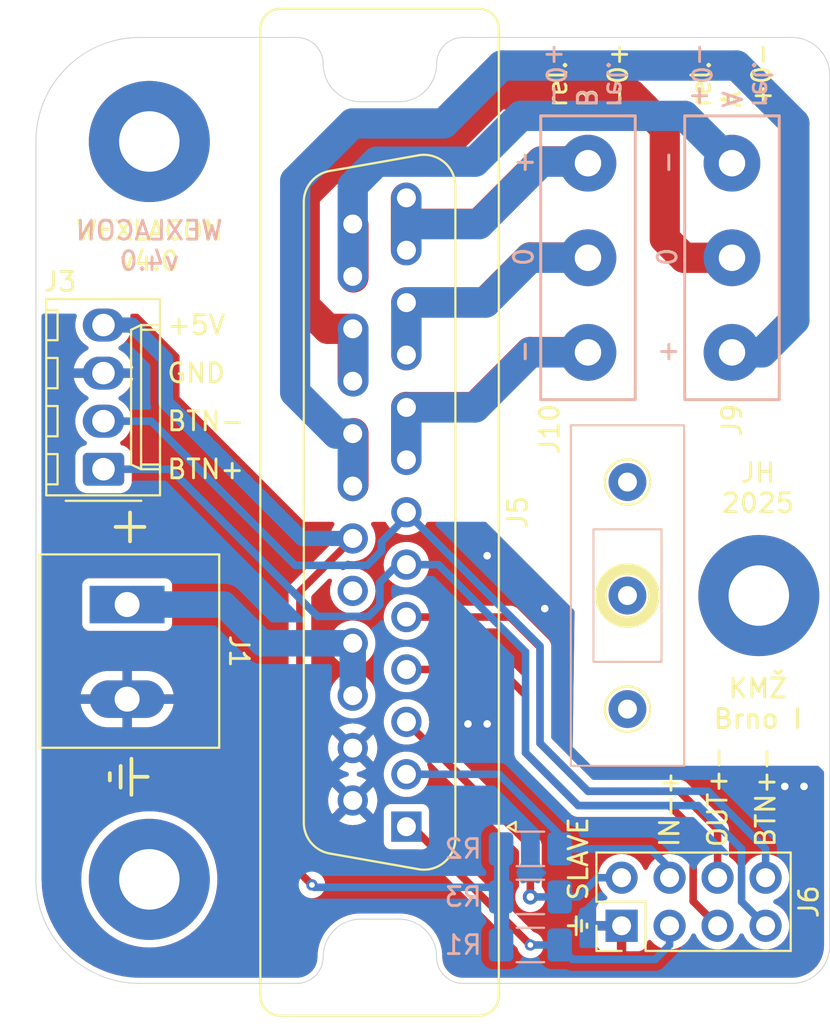
<source format=kicad_pcb>
(kicad_pcb (version 20240108) (generator "pcbnew") (generator_version "8.0")
  (layers (0 "F.Cu" signal) (31 "B.Cu" signal) (34 "B.Paste" user) (35 "F.Paste" user) (36 "B.SilkS" user "B.Silkscreen") (37 "F.SilkS" user "F.Silkscreen") (38 "B.Mask" user) (39 "F.Mask" user) (44 "Edge.Cuts" user))
  (net 0 "")
  (net 1 "BTN-")
  (net 2 "+12V")
  (net 3 "RELA-")
  (net 4 "GND")
  (net 5 "IN+")
  (net 6 "BTN+")
  (net 7 "RELA0")
  (net 8 "RELA+")
  (net 9 "RELB-")
  (net 10 "+5V")
  (net 11 "RELB+")
  (net 12 "RELB0")
  (net 13 "IN-")
  (net 14 "OUT+")
  (net 15 "IN-SLAVE")
  (net 16 "OUT-")
  (footprint "Connector_PinHeader_2.54mm:PinHeader_2x04_P2.54mm_Vertical" (layer "F.Cu") (at 160.988 126.952 90)
    (property "Reference" "J6" (at 1.27 9.906 90) (layer "F.SilkS"))
    (property "Value" "pinheader")
    (fp_line (start 3.87 -1.33) (end 3.87 8.95) (stroke (width 0.12)) (layer "F.SilkS"))
    (fp_line (start 1.27 -1.33) (end 3.87 -1.33) (stroke (width 0.12)) (layer "F.SilkS"))
    (fp_line (start -1.33 -1.33) (end 0 -1.33) (stroke (width 0.12)) (layer "F.SilkS"))
    (fp_line (start -1.33 0) (end -1.33 -1.33) (stroke (width 0.12)) (layer "F.SilkS"))
    (fp_line (start 1.27 1.27) (end 1.27 -1.33) (stroke (width 0.12)) (layer "F.SilkS"))
    (fp_line (start -1.33 1.27) (end 1.27 1.27) (stroke (width 0.12)) (layer "F.SilkS"))
    (fp_line (start -1.33 1.27) (end -1.33 8.95) (stroke (width 0.12)) (layer "F.SilkS"))
    (fp_line (start -1.33 8.95) (end 3.87 8.95) (stroke (width 0.12)) (layer "F.SilkS"))
    (pad "1" thru_hole rect (at 0 0 90) (size 1.7 1.7) (drill 1) (layers "*.Cu" "*.Mask") (net 4 "GND"))
    (pad "2" thru_hole oval (at 2.54 0 90) (size 1.7 1.7) (drill 1) (layers "*.Cu" "*.Mask") (net 15 "IN-SLAVE"))
    (pad "3" thru_hole oval (at 0 2.54 90) (size 1.7 1.7) (drill 1) (layers "*.Cu" "*.Mask") (net 13 "IN-"))
    (pad "4" thru_hole oval (at 2.54 2.54 90) (size 1.7 1.7) (drill 1) (layers "*.Cu" "*.Mask") (net 5 "IN+"))
    (pad "5" thru_hole oval (at 0 5.08 90) (size 1.7 1.7) (drill 1) (layers "*.Cu" "*.Mask") (net 14 "OUT+"))
    (pad "6" thru_hole oval (at 2.54 5.08 90) (size 1.7 1.7) (drill 1) (layers "*.Cu" "*.Mask") (net 16 "OUT-"))
    (pad "7" thru_hole oval (at 0 7.62 90) (size 1.7 1.7) (drill 1) (layers "*.Cu" "*.Mask") (net 6 "BTN+"))
    (pad "8" thru_hole oval (at 2.54 7.62 90) (size 1.7 1.7) (drill 1) (layers "*.Cu" "*.Mask") (net 1 "BTN-"))
  )
  (footprint "Connector_Molex:Molex_KK-254_AE-6410-04A_1x04_P2.54mm_Vertical" (layer "F.Cu") (at 133.576 102.822 90)
    (property "Reference" "J3" (at 9.906 -2.306 180) (layer "F.SilkS"))
    (property "Value" "KK-254")
    (fp_line (start 9 -3.03) (end -1.38 -3.03) (stroke (width 0.12)) (layer "F.SilkS"))
    (fp_line (start 6.82 -3.03) (end 6.82 -2.43) (stroke (width 0.12)) (layer "F.SilkS"))
    (fp_line (start 4.28 -3.03) (end 4.28 -2.43) (stroke (width 0.12)) (layer "F.SilkS"))
    (fp_line (start 1.74 -3.03) (end 1.74 -2.43) (stroke (width 0.12)) (layer "F.SilkS"))
    (fp_line (start -0.8 -3.03) (end -0.8 -2.43) (stroke (width 0.12)) (layer "F.SilkS"))
    (fp_line (start -1.38 -3.03) (end -1.38 2.99) (stroke (width 0.12)) (layer "F.SilkS"))
    (fp_line (start 8.42 -2.43) (end 8.42 -3.03) (stroke (width 0.12)) (layer "F.SilkS"))
    (fp_line (start 6.82 -2.43) (end 8.42 -2.43) (stroke (width 0.12)) (layer "F.SilkS"))
    (fp_line (start 5.88 -2.43) (end 5.88 -3.03) (stroke (width 0.12)) (layer "F.SilkS"))
    (fp_line (start 4.28 -2.43) (end 5.88 -2.43) (stroke (width 0.12)) (layer "F.SilkS"))
    (fp_line (start 3.34 -2.43) (end 3.34 -3.03) (stroke (width 0.12)) (layer "F.SilkS"))
    (fp_line (start 1.74 -2.43) (end 3.34 -2.43) (stroke (width 0.12)) (layer "F.SilkS"))
    (fp_line (start 0.8 -2.43) (end 0.8 -3.03) (stroke (width 0.12)) (layer "F.SilkS"))
    (fp_line (start -0.8 -2.43) (end 0.8 -2.43) (stroke (width 0.12)) (layer "F.SilkS"))
    (fp_line (start -1.67 -2) (end -1.67 2) (stroke (width 0.12)) (layer "F.SilkS"))
    (fp_line (start 7.37 1.46) (end 7.62 1.99) (stroke (width 0.12)) (layer "F.SilkS"))
    (fp_line (start 0.25 1.46) (end 7.37 1.46) (stroke (width 0.12)) (layer "F.SilkS"))
    (fp_line (start 7.62 1.99) (end 7.62 2.99) (stroke (width 0.12)) (layer "F.SilkS"))
    (fp_line (start 0 1.99) (end 0.25 1.46) (stroke (width 0.12)) (layer "F.SilkS"))
    (fp_line (start 0 1.99) (end 7.62 1.99) (stroke (width 0.12)) (layer "F.SilkS"))
    (fp_line (start 9 2.99) (end 9 -3.03) (stroke (width 0.12)) (layer "F.SilkS"))
    (fp_line (start 7.37 2.99) (end 7.37 1.99) (stroke (width 0.12)) (layer "F.SilkS"))
    (fp_line (start 0.25 2.99) (end 0.25 1.99) (stroke (width 0.12)) (layer "F.SilkS"))
    (fp_line (start 0 2.99) (end 0 1.99) (stroke (width 0.12)) (layer "F.SilkS"))
    (fp_line (start -1.38 2.99) (end 9 2.99) (stroke (width 0.12)) (layer "F.SilkS"))
    (pad "1" thru_hole roundrect (at 0 0 90) (size 1.74 2.19) (drill 1.19) (layers "*.Cu" "*.Mask") (roundrect_rratio 0.143678) (net 6 "BTN+"))
    (pad "2" thru_hole oval (at 2.54 0 90) (size 1.74 2.19) (drill 1.19) (layers "*.Cu" "*.Mask") (net 1 "BTN-"))
    (pad "3" thru_hole oval (at 5.08 0 90) (size 1.74 2.19) (drill 1.19) (layers "*.Cu" "*.Mask") (net 4 "GND"))
    (pad "4" thru_hole oval (at 7.62 0 90) (size 1.74 2.19) (drill 1.19) (layers "*.Cu" "*.Mask") (net 10 "+5V"))
  )
  (footprint "Connector_Dsub:DSUB-25_Female_Vertical_P2.77x2.84mm" (layer "F.Cu") (at 149.604 121.716 -90)
    (property "Reference" "J5" (at -16.62 -5.89 90) (layer "F.SilkS"))
    (property "Value" "CAN25")
    (fp_line (start 8.93 7.73) (end -42.17 7.73) (stroke (width 0.12)) (layer "F.SilkS"))
    (fp_line (start -43.23 6.67) (end -43.23 -3.83) (stroke (width 0.12)) (layer "F.SilkS"))
    (fp_line (start -33.022952 5.43) (end -0.217048 5.43) (stroke (width 0.12)) (layer "F.SilkS"))
    (fp_line (start -35.48647 -0.641744) (end -34.657733 4.058256) (stroke (width 0.12)) (layer "F.SilkS"))
    (fp_line (start 2.24647 -0.641744) (end 1.417733 4.058256) (stroke (width 0.12)) (layer "F.SilkS"))
    (fp_line (start -33.851689 -2.59) (end 0.611689 -2.59) (stroke (width 0.12)) (layer "F.SilkS"))
    (fp_line (start 9.99 -3.83) (end 9.99 6.67) (stroke (width 0.12)) (layer "F.SilkS"))
    (fp_line (start -42.17 -4.89) (end 8.93 -4.89) (stroke (width 0.12)) (layer "F.SilkS"))
    (fp_line (start 0 -5.351325) (end -0.25 -5.784338) (stroke (width 0.12)) (layer "F.SilkS"))
    (fp_line (start -0.25 -5.784338) (end 0.25 -5.784338) (stroke (width 0.12)) (layer "F.SilkS"))
    (fp_line (start 0.25 -5.784338) (end 0 -5.351325) (stroke (width 0.12)) (layer "F.SilkS"))
    (fp_arc (start -42.17 7.73) (mid -42.919533 7.419533) (end -43.23 6.67) (stroke (width 0.12)) (layer "F.SilkS"))
    (fp_arc (start 9.99 6.67) (mid 9.679533 7.419533) (end 8.93 7.73) (stroke (width 0.12)) (layer "F.SilkS"))
    (fp_arc (start -33.022952 5.43) (mid -34.08998 5.041634) (end -34.657733 4.058256) (stroke (width 0.12)) (layer "F.SilkS"))
    (fp_arc (start 1.417733 4.058256) (mid 0.84998 5.041634) (end -0.217048 5.43) (stroke (width 0.12)) (layer "F.SilkS"))
    (fp_arc (start -35.48647 -0.641744) (mid -35.123323 -1.997028) (end -33.851689 -2.59) (stroke (width 0.12)) (layer "F.SilkS"))
    (fp_arc (start 0.611689 -2.59) (mid 1.883324 -1.997028) (end 2.24647 -0.641744) (stroke (width 0.12)) (layer "F.SilkS"))
    (fp_arc (start -43.23 -3.83) (mid -42.919533 -4.579533) (end -42.17 -4.89) (stroke (width 0.12)) (layer "F.SilkS"))
    (fp_arc (start 8.93 -4.89) (mid 9.679533 -4.579533) (end 9.99 -3.83) (stroke (width 0.12)) (layer "F.SilkS"))
    (pad "1" thru_hole rect (at 0 0 270) (size 1.6 1.6) (drill 1) (layers "*.Cu" "*.Mask") (net 13 "IN-"))
    (pad "2" thru_hole circle (at -2.77 0 270) (size 1.6 1.6) (drill 1) (layers "*.Cu" "*.Mask") (net 5 "IN+"))
    (pad "3" thru_hole circle (at -5.54 0 270) (size 1.6 1.6) (drill 1) (layers "*.Cu" "*.Mask") (net 15 "IN-SLAVE"))
    (pad "4" thru_hole circle (at -8.31 0 270) (size 1.6 1.6) (drill 1) (layers "*.Cu" "*.Mask") (net 14 "OUT+"))
    (pad "5" thru_hole circle (at -11.08 0 270) (size 1.6 1.6) (drill 1) (layers "*.Cu" "*.Mask") (net 16 "OUT-"))
    (pad "6" thru_hole circle (at -13.85 0 270) (size 1.6 1.6) (drill 1) (layers "*.Cu" "*.Mask") (net 6 "BTN+"))
    (pad "7" thru_hole circle (at -16.62 0 270) (size 1.6 1.6) (drill 1) (layers "*.Cu" "*.Mask") (net 1 "BTN-"))
    (pad "8" thru_hole circle (at -19.39 0 270) (size 1.6 1.6) (drill 1) (layers "*.Cu" "*.Mask") (net 9 "RELB-"))
    (pad "9" thru_hole circle (at -22.16 0 270) (size 1.6 1.6) (drill 1) (layers "*.Cu" "*.Mask") (net 9 "RELB-"))
    (pad "10" thru_hole circle (at -24.93 0 270) (size 1.6 1.6) (drill 1) (layers "*.Cu" "*.Mask") (net 12 "RELB0"))
    (pad "11" thru_hole circle (at -27.7 0 270) (size 1.6 1.6) (drill 1) (layers "*.Cu" "*.Mask") (net 12 "RELB0"))
    (pad "12" thru_hole circle (at -30.47 0 270) (size 1.6 1.6) (drill 1) (layers "*.Cu" "*.Mask") (net 11 "RELB+"))
    (pad "13" thru_hole circle (at -33.24 0 270) (size 1.6 1.6) (drill 1) (layers "*.Cu" "*.Mask") (net 11 "RELB+"))
    (pad "14" thru_hole circle (at -1.385 2.84 270) (size 1.6 1.6) (drill 1) (layers "*.Cu" "*.Mask") (net 4 "GND"))
    (pad "15" thru_hole circle (at -4.155 2.84 270) (size 1.6 1.6) (drill 1) (layers "*.Cu" "*.Mask") (net 4 "GND"))
    (pad "16" thru_hole circle (at -6.925 2.84 270) (size 1.6 1.6) (drill 1) (layers "*.Cu" "*.Mask") (net 2 "+12V"))
    (pad "17" thru_hole circle (at -9.695 2.84 270) (size 1.6 1.6) (drill 1) (layers "*.Cu" "*.Mask") (net 2 "+12V"))
    (pad "18" thru_hole circle (at -12.465 2.84 270) (size 1.6 1.6) (drill 1) (layers "*.Cu" "*.Mask"))
    (pad "19" thru_hole circle (at -15.235 2.84 270) (size 1.6 1.6) (drill 1) (layers "*.Cu" "*.Mask") (net 10 "+5V"))
    (pad "20" thru_hole circle (at -18.005 2.84 270) (size 1.6 1.6) (drill 1) (layers "*.Cu" "*.Mask") (net 8 "RELA+"))
    (pad "21" thru_hole circle (at -20.775 2.84 270) (size 1.6 1.6) (drill 1) (layers "*.Cu" "*.Mask") (net 8 "RELA+"))
    (pad "22" thru_hole circle (at -23.545 2.84 270) (size 1.6 1.6) (drill 1) (layers "*.Cu" "*.Mask") (net 7 "RELA0"))
    (pad "23" thru_hole circle (at -26.315 2.84 270) (size 1.6 1.6) (drill 1) (layers "*.Cu" "*.Mask") (net 7 "RELA0"))
    (pad "24" thru_hole circle (at -29.085 2.84 270) (size 1.6 1.6) (drill 1) (layers "*.Cu" "*.Mask") (net 3 "RELA-"))
    (pad "25" thru_hole circle (at -31.855 2.84 270) (size 1.6 1.6) (drill 1) (layers "*.Cu" "*.Mask") (net 3 "RELA-"))
  )
  (footprint "TestPoint:TestPoint_THTPad_D2.0mm_Drill1.0mm" (layer "F.Cu") (at 161.3 103.5)
    (property "Reference" "H4" (hide yes))
    (property "Value" "1.0mm")
    (fp_circle (center 0 0) (end 0 1.2) (stroke (width 0.12)) (fill none) (layer "F.SilkS"))
    (pad "1" thru_hole circle (at 0 0) (size 2 2) (drill 1) (layers "*.Cu" "*.Mask"))
  )
  (footprint "TerminalBlock_Euroclamp:MVE252-5-V" (layer "F.Cu") (at 134.826 112.474 -90)
    (property "Reference" "J1" (at -0.03 -5.922 -90) (layer "F.SilkS"))
    (property "Value" "MVE252-5-V")
    (fp_line (start -5.15 4.628) (end -5.15 -4.872) (stroke (width 0.12)) (layer "F.SilkS"))
    (fp_line (start 5.07 4.628) (end -5.15 4.628) (stroke (width 0.12)) (layer "F.SilkS"))
    (fp_line (start -5.15 -4.872) (end 5.07 -4.872) (stroke (width 0.12)) (layer "F.SilkS"))
    (fp_line (start 5.07 -4.872) (end 5.07 4.628) (stroke (width 0.12)) (layer "F.SilkS"))
    (pad "1" thru_hole rect (at -2.5 0 270) (size 1.98 3.96) (drill 1.32) (layers "*.Cu" "*.Mask") (net 2 "+12V"))
    (pad "2" thru_hole oval (at 2.5 0 270) (size 1.98 3.96) (drill 1.32) (layers "*.Cu" "*.Mask") (net 4 "GND"))
  )
  (footprint "MountingHole:MountingHole_3.2mm_M3_Pad" (layer "F.Cu") (at 136 124.5)
    (property "Reference" "H2" (hide yes))
    (property "Value" "M3")
    (pad "1" thru_hole circle (at 0 0) (size 6.4 6.4) (drill 3.2) (layers "*.Cu" "*.Mask"))
  )
  (footprint "TestPoint:TestPoint_THTPad_D2.0mm_Drill1.0mm" (layer "F.Cu") (at 161.3 115.5)
    (property "Reference" "H6" (hide yes))
    (property "Value" "1.0mm")
    (fp_circle (center 0 0) (end 0 1.2) (stroke (width 0.12)) (fill none) (layer "F.SilkS"))
    (pad "1" thru_hole circle (at 0 0) (size 2 2) (drill 1) (layers "*.Cu" "*.Mask"))
  )
  (footprint "MountingHole:MountingHole_3.2mm_M3_Pad" (layer "F.Cu") (at 136 85.5)
    (property "Reference" "H1" (hide yes))
    (property "Value" "M3")
    (pad "1" thru_hole circle (at 0 0) (size 6.4 6.4) (drill 3.2) (layers "*.Cu" "*.Mask"))
  )
  (footprint "TestPoint:TestPoint_THTPad_D2.0mm_Drill1.0mm" (layer "F.Cu") (at 161.3 109.5)
    (property "Reference" "H5" (hide yes))
    (property "Value" "1.0mm")
    (fp_circle (center 0 0) (end 0 1.2) (stroke (width 0.12)) (fill none) (layer "F.SilkS"))
    (pad "1" thru_hole circle (at 0 0) (size 2 2) (drill 1) (layers "*.Cu" "*.Mask"))
  )
  (footprint "relaycon:RELAYCON" (layer "F.Cu") (at 166.83 91.646 90)
    (property "Reference" "J9" (at -7.62 0 90) (layer "F.SilkS") (effects (justify right)))
    (property "Value" "MVE253-5-V")
    (fp_line (start 7.5 -2.5) (end 7.5 2.5) (stroke (width 0.15)) (layer "B.SilkS"))
    (fp_line (start -7.5 -2.5) (end 7.5 -2.5) (stroke (width 0.15)) (layer "B.SilkS"))
    (fp_line (start 7.5 2.5) (end -7.5 2.5) (stroke (width 0.15)) (layer "B.SilkS"))
    (fp_line (start -7.5 2.5) (end -7.5 -2.5) (stroke (width 0.15)) (layer "B.SilkS"))
    (fp_line (start 7.5 -2.5) (end 7.5 2.5) (stroke (width 0.15)) (layer "F.SilkS"))
    (fp_line (start -7.5 -2.5) (end 7.5 -2.5) (stroke (width 0.15)) (layer "F.SilkS"))
    (fp_line (start 7.5 2.5) (end -7.5 2.5) (stroke (width 0.15)) (layer "F.SilkS"))
    (fp_line (start -7.5 2.5) (end -7.5 -2.5) (stroke (width 0.15)) (layer "F.SilkS"))
    (pad "1" thru_hole circle (at -5 0 90) (size 3 3) (drill 1.4) (layers "*.Cu" "*.Mask") (net 8 "RELA+"))
    (pad "2" thru_hole circle (at 0 0 90) (size 3 3) (drill 1.4) (layers "*.Cu" "*.Mask") (net 7 "RELA0"))
    (pad "3" thru_hole circle (at 5 0 90) (size 3 3) (drill 1.4) (layers "*.Cu" "*.Mask") (net 3 "RELA-"))
  )
  (footprint "relaycon:RELAYCON" (layer "F.Cu") (at 159.21 91.646 90)
    (property "Reference" "J10" (at -7.62 -2.032 90) (layer "F.SilkS") (effects (justify right)))
    (property "Value" "solder")
    (fp_line (start 7.5 -2.5) (end 7.5 2.5) (stroke (width 0.15)) (layer "B.SilkS"))
    (fp_line (start -7.5 -2.5) (end 7.5 -2.5) (stroke (width 0.15)) (layer "B.SilkS"))
    (fp_line (start 7.5 2.5) (end -7.5 2.5) (stroke (width 0.15)) (layer "B.SilkS"))
    (fp_line (start -7.5 2.5) (end -7.5 -2.5) (stroke (width 0.15)) (layer "B.SilkS"))
    (fp_line (start 7.5 -2.5) (end 7.5 2.5) (stroke (width 0.15)) (layer "F.SilkS"))
    (fp_line (start -7.5 -2.5) (end 7.5 -2.5) (stroke (width 0.15)) (layer "F.SilkS"))
    (fp_line (start 7.5 2.5) (end -7.5 2.5) (stroke (width 0.15)) (layer "F.SilkS"))
    (fp_line (start -7.5 2.5) (end -7.5 -2.5) (stroke (width 0.15)) (layer "F.SilkS"))
    (pad "1" thru_hole circle (at -5 0 90) (size 3 3) (drill 1.4) (layers "*.Cu" "*.Mask") (net 9 "RELB-"))
    (pad "2" thru_hole circle (at 0 0 90) (size 3 3) (drill 1.4) (layers "*.Cu" "*.Mask") (net 12 "RELB0"))
    (pad "3" thru_hole circle (at 5 0 90) (size 3 3) (drill 1.4) (layers "*.Cu" "*.Mask") (net 11 "RELB+"))
  )
  (footprint "MountingHole:MountingHole_3.2mm_M3_Pad" (layer "F.Cu") (at 168.25 109.5)
    (property "Reference" "H3" (hide yes))
    (property "Value" "M3")
    (pad "1" thru_hole circle (at 0 0) (size 6.4 6.4) (drill 3.2) (layers "*.Cu" "*.Mask"))
  )
  (footprint "Resistor_SMD:R_1206_3216Metric_Pad1.30x1.75mm_HandSolder" (layer "B.Cu") (at 156.162 125.428)
    (property "Reference" "R3" (at -3.556 0 180) (layer "B.SilkS") (effects (justify mirror)))
    (property "Value" "10k")
    (fp_line (start 0.727064 -0.91) (end -0.727064 -0.91) (stroke (width 0.12)) (layer "B.SilkS"))
    (fp_line (start 0.727064 0.91) (end -0.727064 0.91) (stroke (width 0.12)) (layer "B.SilkS"))
    (pad "1" smd roundrect (at -1.55 0) (size 1.3 1.75) (layers "B.Cu" "B.Paste" "B.Mask") (roundrect_rratio 0.192308) (net 10 "+5V"))
    (pad "2" smd roundrect (at 1.55 0) (size 1.3 1.75) (layers "B.Cu" "B.Paste" "B.Mask") (roundrect_rratio 0.192308) (net 15 "IN-SLAVE"))
  )
  (footprint "Resistor_SMD:R_1206_3216Metric_Pad1.30x1.75mm_HandSolder" (layer "B.Cu") (at 156.162 127.968)
    (property "Reference" "R1" (at -3.556 0 180) (layer "B.SilkS") (effects (justify mirror)))
    (property "Value" "10k")
    (fp_line (start 0.727064 -0.91) (end -0.727064 -0.91) (stroke (width 0.12)) (layer "B.SilkS"))
    (fp_line (start 0.727064 0.91) (end -0.727064 0.91) (stroke (width 0.12)) (layer "B.SilkS"))
    (pad "1" smd roundrect (at -1.55 0) (size 1.3 1.75) (layers "B.Cu" "B.Paste" "B.Mask") (roundrect_rratio 0.192308) (net 10 "+5V"))
    (pad "2" smd roundrect (at 1.55 0) (size 1.3 1.75) (layers "B.Cu" "B.Paste" "B.Mask") (roundrect_rratio 0.192308) (net 13 "IN-"))
  )
  (footprint "Resistor_SMD:R_1206_3216Metric_Pad1.30x1.75mm_HandSolder" (layer "B.Cu") (at 156.162 122.888)
    (property "Reference" "R2" (at -3.556 0 180) (layer "B.SilkS") (effects (justify mirror)))
    (property "Value" "10k")
    (fp_line (start 0.727064 -0.91) (end -0.727064 -0.91) (stroke (width 0.12)) (layer "B.SilkS"))
    (fp_line (start 0.727064 0.91) (end -0.727064 0.91) (stroke (width 0.12)) (layer "B.SilkS"))
    (pad "1" smd roundrect (at -1.55 0) (size 1.3 1.75) (layers "B.Cu" "B.Paste" "B.Mask") (roundrect_rratio 0.192308) (net 10 "+5V"))
    (pad "2" smd roundrect (at 1.55 0) (size 1.3 1.75) (layers "B.Cu" "B.Paste" "B.Mask") (roundrect_rratio 0.192308) (net 5 "IN+"))
  )
  (gr_line (start 163.1 113) (end 163.1 106) (stroke (width 0.1)) (layer "B.SilkS"))
  (gr_line (start 163.1 106) (end 159.5 106) (stroke (width 0.1)) (layer "B.SilkS"))
  (gr_line (start 158.3 118.5) (end 158.3 100.5) (stroke (width 0.1)) (layer "B.SilkS"))
  (gr_line (start 159.5 113) (end 163.1 113) (stroke (width 0.1)) (layer "B.SilkS"))
  (gr_line (start 164.3 100.5) (end 164.3 118.5) (stroke (width 0.1)) (layer "B.SilkS"))
  (gr_line (start 158.3 100.5) (end 164.3 100.5) (stroke (width 0.1)) (layer "B.SilkS"))
  (gr_line (start 159.5 106) (end 159.5 113) (stroke (width 0.1)) (layer "B.SilkS"))
  (gr_line (start 164.3 118.5) (end 158.3 118.5) (stroke (width 0.1)) (layer "B.SilkS"))
  (gr_line (start 164.3 118.5) (end 164.3 100.5) (stroke (width 0.1)) (layer "F.SilkS"))
  (gr_line (start 158.3 118.5) (end 164.3 118.5) (stroke (width 0.1)) (layer "F.SilkS"))
  (gr_line (start 163.1 106) (end 163.1 113) (stroke (width 0.1)) (layer "F.SilkS"))
  (gr_circle (center 161.3 109.5) (end 162.7 109.5) (stroke (width 0.6)) (fill none) (layer "F.SilkS"))
  (gr_line (start 163.1 113) (end 159.5 113) (stroke (width 0.1)) (layer "F.SilkS"))
  (gr_line (start 159.5 113) (end 159.5 106) (stroke (width 0.1)) (layer "F.SilkS"))
  (gr_line (start 158.3 100.5) (end 158.3 118.5) (stroke (width 0.1)) (layer "F.SilkS"))
  (gr_line (start 159.5 106) (end 163.1 106) (stroke (width 0.1)) (layer "F.SilkS"))
  (gr_line (start 164.3 100.5) (end 158.3 100.5) (stroke (width 0.1)) (layer "F.SilkS"))
  (gr_line (start 152.6 130) (end 170 130) (stroke (width 0.05)) (layer "Edge.Cuts"))
  (gr_arc (start 151.199999 81.400001) (mid 150.614213 82.814215) (end 149.199999 83.400001) (stroke (width 0.05)) (layer "Edge.Cuts"))
  (gr_arc (start 143.799999 80.000001) (mid 144.789948 80.410052) (end 145.199999 81.400001) (stroke (width 0.05)) (layer "Edge.Cuts"))
  (gr_line (start 135.5 80) (end 143.8 80) (stroke (width 0.05)) (layer "Edge.Cuts"))
  (gr_arc (start 170 80) (mid 171.414214 80.585786) (end 172 82) (stroke (width 0.05)) (layer "Edge.Cuts"))
  (gr_arc (start 135.5 130) (mid 131.610913 128.389087) (end 130 124.5) (stroke (width 0.05)) (layer "Edge.Cuts"))
  (gr_line (start 143.8 130) (end 135.5 130) (stroke (width 0.05)) (layer "Edge.Cuts"))
  (gr_arc (start 172 128) (mid 171.414214 129.414214) (end 170 130) (stroke (width 0.05)) (layer "Edge.Cuts"))
  (gr_arc (start 151.199999 81.400001) (mid 151.61005 80.410052) (end 152.599999 80.000001) (stroke (width 0.05)) (layer "Edge.Cuts"))
  (gr_arc (start 145.2 128.6) (mid 145.785786 127.185786) (end 147.2 126.6) (stroke (width 0.05)) (layer "Edge.Cuts"))
  (gr_arc (start 145.2 128.6) (mid 144.789949 129.589949) (end 143.8 130) (stroke (width 0.05)) (layer "Edge.Cuts"))
  (gr_arc (start 147.2 83.4) (mid 145.785786 82.814214) (end 145.2 81.4) (stroke (width 0.05)) (layer "Edge.Cuts"))
  (gr_line (start 149.199999 126.600001) (end 147.2 126.600001) (stroke (width 0.05)) (layer "Edge.Cuts"))
  (gr_arc (start 149.199999 126.600001) (mid 150.614213 127.185787) (end 151.199999 128.600001) (stroke (width 0.05)) (layer "Edge.Cuts"))
  (gr_arc (start 130 85.5) (mid 131.610913 81.610913) (end 135.5 80) (stroke (width 0.05)) (layer "Edge.Cuts"))
  (gr_arc (start 152.6 130) (mid 151.610051 129.589949) (end 151.2 128.6) (stroke (width 0.05)) (layer "Edge.Cuts"))
  (gr_line (start 147.2 83.4) (end 149.199999 83.4) (stroke (width 0.05)) (layer "Edge.Cuts"))
  (gr_line (start 130 124.5) (end 130 85.5) (stroke (width 0.05)) (layer "Edge.Cuts"))
  (gr_line (start 172 82) (end 172 128) (stroke (width 0.05)) (layer "Edge.Cuts"))
  (gr_line (start 170 80) (end 152.6 80) (stroke (width 0.05)) (layer "Edge.Cuts"))
  (gr_text "-" (at 156.4 96.6 90) (layer "B.SilkS") (effects (font (size 1 1)) (justify bottom mirror)))
  (gr_text "rel.\nB\n-0+" (at 159.1 83.8 -90) (layer "B.SilkS") (effects (font (size 1 1)) (justify left mirror)))
  (gr_text "-" (at 164 86.6 90) (layer "B.SilkS") (effects (font (size 1 1)) (justify bottom mirror)))
  (gr_text "+" (at 156.4 86.6 90) (layer "B.SilkS") (effects (font (size 1 1)) (justify bottom mirror)))
  (gr_text "0" (at 156.4 91.6 90) (layer "B.SilkS") (effects (font (size 1 1)) (justify bottom mirror)))
  (gr_text "rel.\nA\n+0-" (at 166.8 83.8 -90) (layer "B.SilkS") (effects (font (size 1 1)) (justify left mirror)))
  (gr_text "+" (at 164 96.6 90) (layer "B.SilkS") (effects (font (size 1 1)) (justify bottom mirror)))
  (gr_text "0" (at 164 91.6 90) (layer "B.SilkS") (effects (font (size 1 1)) (justify bottom mirror)))
  (gr_text "WEXLACON\nv4.0" (at 136 92.4 -0) (layer "B.SilkS") (effects (font (size 1 1)) (justify bottom mirror)))
  (gr_text "BTN+-" (at 168.608 122.888 90) (layer "F.SilkS") (effects (font (size 1 1)) (justify left)))
  (gr_text "SLAVE" (at 158.7 125.7 90) (layer "F.SilkS") (effects (font (size 1 1)) (justify left)))
  (gr_text "⏚" (at 158.702 126.952 90) (layer "F.SilkS") (effects (font (size 1 1))))
  (gr_text "0" (at 156.4 91.6 90) (layer "F.SilkS") (effects (font (size 1 1)) (justify bottom)))
  (gr_text "+" (at 156.4 86.6 90) (layer "F.SilkS") (effects (font (size 1 1)) (justify bottom)))
  (gr_text "GND" (at 136.858 97.742 0) (layer "F.SilkS") (effects (font (size 1 1)) (justify left)))
  (gr_text "OUT+-" (at 166.068 122.888 90) (layer "F.SilkS") (effects (font (size 1 1)) (justify left)))
  (gr_text "⏚" (at 134.826 119.078 270) (layer "F.SilkS") (effects (font (size 2 2) (thickness 0.2))))
  (gr_text "+" (at 164 96.6 90) (layer "F.SilkS") (effects (font (size 1 1)) (justify bottom)))
  (gr_text "IN-+" (at 163.528 122.888 90) (layer "F.SilkS") (effects (font (size 1 1)) (justify left)))
  (gr_text "rel.\nB\n-0+" (at 159.2 83.8 90) (layer "F.SilkS") (effects (font (size 1 1)) (justify left)))
  (gr_text "+5V" (at 136.858 95.202 0) (layer "F.SilkS") (effects (font (size 1 1)) (justify left)))
  (gr_text "+" (at 134.826 105.87 90) (layer "F.SilkS") (effects (font (size 2 2) (thickness 0.2))))
  (gr_text "KMŽ\nBrno I" (at 168.2 116.6 0) (layer "F.SilkS") (effects (font (size 1 1) (thickness 0.16)) (justify bottom)))
  (gr_text "BTN-" (at 136.858 100.282 0) (layer "F.SilkS") (effects (font (size 1 1)) (justify left)))
  (gr_text "JH\n2025" (at 168.2 105.2 0) (layer "F.SilkS") (effects (font (size 1 1)) (justify bottom)))
  (gr_text "BTN+" (at 136.858 102.822 0) (layer "F.SilkS") (effects (font (size 1 1)) (justify left)))
  (gr_text "rel.\nA\n+0-" (at 166.8 83.8 90) (layer "F.SilkS") (effects (font (size 1 1)) (justify left)))
  (gr_text "-" (at 164 86.6 90) (layer "F.SilkS") (effects (font (size 1 1)) (justify bottom)))
  (gr_text "0" (at 164 91.6 90) (layer "F.SilkS") (effects (font (size 1 1)) (justify bottom)))
  (gr_text "WEXLACON\nv4.0" (at 136 92.4 0) (layer "F.SilkS") (effects (font (size 1 1)) (justify bottom)))
  (gr_text "-" (at 156.4 96.6 90) (layer "F.SilkS") (effects (font (size 1 1)) (justify bottom)))
  (segment (start 149.604 105.338057) (end 149.604 105.096) (width 0.4) (layer "B.Cu") (net 1))
  (segment (start 156.67 112.162) (end 149.604 105.096) (width 0.4) (layer "B.Cu") (net 1))
  (segment (start 159.21 119.84) (end 156.67 117.3) (width 0.4) (layer "B.Cu") (net 1))
  (segment (start 136.096 100.282) (end 143.716 107.902) (width 0.4) (layer "B.Cu") (net 1))
  (segment (start 148.288 106.654057) (end 149.604 105.338057) (width 0.4) (layer "B.Cu") (net 1))
  (segment (start 168.608 124.412) (end 168.608 122.888) (width 0.4) (layer "B.Cu") (net 1))
  (segment (start 148.288 107.14) (end 148.288 106.654057) (width 0.4) (layer "B.Cu") (net 1))
  (segment (start 165.56 119.84) (end 159.21 119.84) (width 0.4) (layer "B.Cu") (net 1))
  (segment (start 133.576 100.282) (end 136.096 100.282) (width 0.4) (layer "B.Cu") (net 1))
  (segment (start 156.67 117.3) (end 156.67 112.162) (width 0.4) (layer "B.Cu") (net 1))
  (segment (start 143.716 107.902) (end 147.526 107.902) (width 0.4) (layer "B.Cu") (net 1))
  (segment (start 168.608 122.888) (end 165.56 119.84) (width 0.4) (layer "B.Cu") (net 1))
  (segment (start 147.526 107.902) (end 148.288 107.14) (width 0.4) (layer "B.Cu") (net 1))
  (segment (start 146.764 114.791) (end 146.764 112.021) (width 1.4) (layer "B.Cu") (net 2))
  (segment (start 139.946 109.974) (end 134.826 109.974) (width 1.4) (layer "B.Cu") (net 2))
  (segment (start 146.764 112.021) (end 141.993 112.021) (width 1.4) (layer "B.Cu") (net 2))
  (segment (start 141.993 112.021) (end 139.946 109.974) (width 1.4) (layer "B.Cu") (net 2))
  (segment (start 146.8 92.685) (end 146.8 89.915) (width 1.6) (layer "F.Cu") (net 3))
  (segment (start 146.764 89.861) (end 146.764 87.836) (width 1.6) (layer "B.Cu") (net 3))
  (segment (start 155.654 84.146) (end 164.33 84.146) (width 1.6) (layer "B.Cu") (net 3))
  (segment (start 148.034 86.566) (end 153.234 86.566) (width 1.6) (layer "B.Cu") (net 3))
  (segment (start 146.764 87.836) (end 148.034 86.566) (width 1.6) (layer "B.Cu") (net 3))
  (segment (start 153.234 86.566) (end 155.654 84.146) (width 1.6) (layer "B.Cu") (net 3))
  (segment (start 164.33 84.146) (end 166.83 86.646) (width 1.6) (layer "B.Cu") (net 3))
  (segment (start 146.764 92.631) (end 146.764 89.861) (width 1.6) (layer "B.Cu") (net 3))
  (via (at 153.876 116.284) (size 0.8) (drill 0.4) (layers "F.Cu" "B.Cu") (net 4))
  (via (at 152.86 116.284) (size 0.8) (drill 0.4) (layers "F.Cu" "B.Cu") (net 4))
  (via (at 156.924 110.188) (size 0.8) (drill 0.4) (layers "F.Cu" "B.Cu") (net 4))
  (via (at 153.876 107.394) (size 0.8) (drill 0.4) (layers "F.Cu" "B.Cu") (net 4))
  (via (at 170.64 119.586) (size 0.8) (drill 0.4) (layers "F.Cu" "B.Cu") (net 4))
  (via (at 169.624 119.586) (size 0.8) (drill 0.4) (layers "F.Cu" "B.Cu") (net 4))
  (segment (start 154.506 118.946) (end 157.6245 122.0645) (width 0.4) (layer "B.Cu") (net 5))
  (segment (start 149.604 118.946) (end 154.506 118.946) (width 0.4) (layer "B.Cu") (net 5))
  (segment (start 162.512 122.888) (end 157.6245 122.888) (width 0.4) (layer "B.Cu") (net 5))
  (segment (start 163.528 123.904) (end 162.512 122.888) (width 0.4) (layer "B.Cu") (net 5))
  (segment (start 163.528 124.412) (end 163.528 123.904) (width 0.4) (layer "B.Cu") (net 5))
  (segment (start 157.6245 122.0645) (end 157.6245 122.888) (width 0.4) (layer "B.Cu") (net 5))
  (segment (start 155.908 112.474) (end 151.3 107.866) (width 0.4) (layer "B.Cu") (net 6))
  (segment (start 158.702 120.602) (end 155.908 117.808) (width 0.4) (layer "B.Cu") (net 6))
  (segment (start 167.338 122.888) (end 165.052 120.602) (width 0.4) (layer "B.Cu") (net 6))
  (segment (start 148.2 110) (end 148.2 108.8) (width 0.4) (layer "B.Cu") (net 6))
  (segment (start 167.338 125.682) (end 167.338 122.888) (width 0.4) (layer "B.Cu") (net 6))
  (segment (start 168.608 126.952) (end 167.338 125.682) (width 0.4) (layer "B.Cu") (net 6))
  (segment (start 137.122 102.822) (end 144.9 110.6) (width 0.4) (layer "B.Cu") (net 6))
  (segment (start 133.576 102.822) (end 137.122 102.822) (width 0.4) (layer "B.Cu") (net 6))
  (segment (start 165.052 120.602) (end 158.702 120.602) (width 0.4) (layer "B.Cu") (net 6))
  (segment (start 147.6 110.6) (end 148.2 110) (width 0.4) (layer "B.Cu") (net 6))
  (segment (start 151.3 107.866) (end 149.604 107.866) (width 0.4) (layer "B.Cu") (net 6))
  (segment (start 149.134 107.866) (end 149.604 107.866) (width 0.4) (layer "B.Cu") (net 6))
  (segment (start 144.9 110.6) (end 147.6 110.6) (width 0.4) (layer "B.Cu") (net 6))
  (segment (start 148.2 108.8) (end 149.134 107.866) (width 0.4) (layer "B.Cu") (net 6))
  (segment (start 155.908 117.808) (end 155.908 112.474) (width 0.4) (layer "B.Cu") (net 6))
  (segment (start 164.29 91.646) (end 166.83 91.646) (width 1.6) (layer "F.Cu") (net 7))
  (segment (start 146.764 95.401) (end 145.439 95.401) (width 1.6) (layer "F.Cu") (net 7))
  (segment (start 163.274 90.63) (end 164.29 91.646) (width 1.6) (layer "F.Cu") (net 7))
  (segment (start 163.274 84.788) (end 163.274 90.63) (width 1.6) (layer "F.Cu") (net 7))
  (segment (start 144.224 88.344) (end 147.018 85.55) (width 1.6) (layer "F.Cu") (net 7))
  (segment (start 146.764 98.171) (end 146.764 95.401) (width 1.6) (layer "F.Cu") (net 7))
  (segment (start 151.844 85.55) (end 154.384 83.01) (width 1.6) (layer "F.Cu") (net 7))
  (segment (start 147.018 85.55) (end 151.844 85.55) (width 1.6) (layer "F.Cu") (net 7))
  (segment (start 145.439 95.401) (end 144.224 94.186) (width 1.6) (layer "F.Cu") (net 7))
  (segment (start 154.384 83.01) (end 161.496 83.01) (width 1.6) (layer "F.Cu") (net 7))
  (segment (start 144.224 94.186) (end 144.224 88.344) (width 1.6) (layer "F.Cu") (net 7))
  (segment (start 161.496 83.01) (end 163.274 84.788) (width 1.6) (layer "F.Cu") (net 7))
  (segment (start 146.8 98.185) (end 146.8 95.415) (width 1.6) (layer "B.Cu") (net 7))
  (segment (start 146.8 103.685) (end 146.8 100.915) (width 1.6) (layer "F.Cu") (net 8))
  (segment (start 151.578 84.546) (end 146.752 84.546) (width 1.6) (layer "B.Cu") (net 8))
  (segment (start 154.638 81.486) (end 151.578 84.546) (width 1.6) (layer "B.Cu") (net 8))
  (segment (start 170.132 94.948) (end 170.132 84.534) (width 1.6) (layer "B.Cu") (net 8))
  (segment (start 168.434 96.646) (end 170.132 94.948) (width 1.6) (layer "B.Cu") (net 8))
  (segment (start 143.716 98.758) (end 145.899 100.941) (width 1.6) (layer "B.Cu") (net 8))
  (segment (start 167.084 81.486) (end 154.638 81.486) (width 1.6) (layer "B.Cu") (net 8))
  (segment (start 170.132 84.534) (end 167.084 81.486) (width 1.6) (layer "B.Cu") (net 8))
  (segment (start 145.899 100.941) (end 146.764 100.941) (width 1.6) (layer "B.Cu") (net 8))
  (segment (start 143.716 87.582) (end 143.716 98.758) (width 1.6) (layer "B.Cu") (net 8))
  (segment (start 146.752 84.546) (end 143.716 87.582) (width 1.6) (layer "B.Cu") (net 8))
  (segment (start 166.83 96.646) (end 168.434 96.646) (width 1.6) (layer "B.Cu") (net 8))
  (segment (start 146.764 103.711) (end 146.764 100.941) (width 1.6) (layer "B.Cu") (net 8))
  (segment (start 149.594 99.53) (end 149.594 102.3) (width 1.6) (layer "F.Cu") (net 9))
  (segment (start 156.144 96.63) (end 153.234 99.54) (width 1.6) (layer "F.Cu") (net 9))
  (segment (start 153.234 99.54) (end 149.594 99.54) (width 1.6) (layer "F.Cu") (net 9))
  (segment (start 159.2 96.63) (end 156.144 96.63) (width 1.6) (layer "F.Cu") (net 9))
  (segment (start 149.604 99.556) (end 149.604 102.326) (width 1.6) (layer "B.Cu") (net 9))
  (segment (start 153.244 99.556) (end 149.604 99.556) (width 1.6) (layer "B.Cu") (net 9))
  (segment (start 156.154 96.646) (end 153.244 99.556) (width 1.6) (layer "B.Cu") (net 9))
  (segment (start 159.21 96.646) (end 156.154 96.646) (width 1.6) (layer "B.Cu") (net 9))
  (segment (start 143.97 109.275) (end 146.764 106.481) (width 0.4) (layer "F.Cu") (net 10))
  (segment (start 143.97 124.158) (end 143.97 109.275) (width 0.4) (layer "F.Cu") (net 10))
  (segment (start 144.605 124.793) (end 143.97 124.158) (width 0.4) (layer "F.Cu") (net 10))
  (via (at 144.605 124.793) (size 0.6) (drill 0.3) (layers "F.Cu" "B.Cu") (net 10))
  (segment (start 144.732 124.92) (end 144.605 124.793) (width 0.4) (layer "B.Cu") (net 10))
  (segment (start 154.6995 125.428) (end 154.1915 124.92) (width 0.4) (layer "B.Cu") (net 10))
  (segment (start 154.1915 124.92) (end 144.732 124.92) (width 0.4) (layer "B.Cu") (net 10))
  (segment (start 136.858 99.266) (end 144.073 106.481) (width 0.8) (layer "B.Cu") (net 10))
  (segment (start 144.073 106.481) (end 146.764 106.481) (width 0.8) (layer "B.Cu") (net 10))
  (segment (start 133.576 95.202) (end 135.08 95.202) (width 0.8) (layer "B.Cu") (net 10))
  (segment (start 136.858 96.98) (end 136.858 99.266) (width 0.8) (layer "B.Cu") (net 10))
  (segment (start 154.638 127.968) (end 154.638 122.888) (width 0.8) (layer "B.Cu") (net 10))
  (segment (start 135.08 95.202) (end 136.858 96.98) (width 0.8) (layer "B.Cu") (net 10))
  (segment (start 159.12 86.55) (end 156.734 86.55) (width 1.6) (layer "F.Cu") (net 11))
  (segment (start 149.582 88.476) (end 149.582 91.246) (width 1.6) (layer "F.Cu") (net 11))
  (segment (start 156.734 86.55) (end 153.432 89.852) (width 1.6) (layer "F.Cu") (net 11))
  (segment (start 153.432 89.852) (end 149.594 89.852) (width 1.6) (layer "F.Cu") (net 11))
  (segment (start 149.604 89.868) (end 149.604 91.246) (width 1.6) (layer "B.Cu") (net 11))
  (segment (start 156.744 86.566) (end 153.442 89.868) (width 1.6) (layer "B.Cu") (net 11))
  (segment (start 159.13 86.566) (end 156.744 86.566) (width 1.6) (layer "B.Cu") (net 11))
  (segment (start 153.442 89.868) (end 149.604 89.868) (width 1.6) (layer "B.Cu") (net 11))
  (segment (start 149.604 88.476) (end 149.604 89.868) (width 1.6) (layer "B.Cu") (net 11))
  (segment (start 159.21 86.646) (end 159.13 86.566) (width 1.6) (layer "B.Cu") (net 11))
  (segment (start 156.144 91.63) (end 153.774 94) (width 1.6) (layer "F.Cu") (net 12))
  (segment (start 149.604 94.03) (end 149.604 96.8) (width 1.6) (layer "F.Cu") (net 12))
  (segment (start 159.2 91.63) (end 156.144 91.63) (width 1.6) (layer "F.Cu") (net 12))
  (segment (start 153.774 94) (end 149.594 94) (width 1.6) (layer "F.Cu") (net 12))
  (segment (start 156.154 91.646) (end 153.784 94.016) (width 1.6) (layer "B.Cu") (net 12))
  (segment (start 159.21 91.646) (end 156.154 91.646) (width 1.6) (layer "B.Cu") (net 12))
  (segment (start 149.604 94.016) (end 149.604 96.786) (width 1.6) (layer "B.Cu") (net 12))
  (segment (start 153.784 94.016) (end 149.604 94.016) (width 1.6) (layer "B.Cu") (net 12))
  (segment (start 149.604 121.716) (end 149.91 121.716) (width 0.4) (layer "F.Cu") (net 13))
  (segment (start 149.91 121.716) (end 156.162 127.968) (width 0.4) (layer "F.Cu") (net 13))
  (via (at 156.162 127.968) (size 0.6) (drill 0.3) (layers "F.Cu" "B.Cu") (net 13))
  (segment (start 158.3865 128.73) (end 157.6245 127.968) (width 0.4) (layer "B.Cu") (net 13))
  (segment (start 163.528 126.952) (end 163.528 126.571) (width 0.4) (layer "B.Cu") (net 13))
  (segment (start 156.162 127.968) (end 157.6245 127.968) (width 0.4) (layer "B.Cu") (net 13))
  (segment (start 163.528 126.952) (end 163.528 127.968) (width 0.4) (layer "B.Cu") (net 13))
  (segment (start 162.766 128.73) (end 158.3865 128.73) (width 0.4) (layer "B.Cu") (net 13))
  (segment (start 163.528 127.968) (end 162.766 128.73) (width 0.4) (layer "B.Cu") (net 13))
  (segment (start 164.778 121.852) (end 163.528 120.602) (width 0.4) (layer "F.Cu") (net 14))
  (segment (start 155.908 114.76) (end 154.554 113.406) (width 0.4) (layer "F.Cu") (net 14))
  (segment (start 166.068 126.952) (end 164.778 125.662) (width 0.4) (layer "F.Cu") (net 14))
  (segment (start 155.908 117.808) (end 155.908 114.76) (width 0.4) (layer "F.Cu") (net 14))
  (segment (start 164.778 125.662) (end 164.778 121.852) (width 0.4) (layer "F.Cu") (net 14))
  (segment (start 154.554 113.406) (end 149.604 113.406) (width 0.4) (layer "F.Cu") (net 14))
  (segment (start 163.528 120.602) (end 158.702 120.602) (width 0.4) (layer "F.Cu") (net 14))
  (segment (start 158.702 120.602) (end 155.908 117.808) (width 0.4) (layer "F.Cu") (net 14))
  (segment (start 156.162 122.734) (end 149.604 116.176) (width 0.4) (layer "F.Cu") (net 15))
  (segment (start 156.162 125.428) (end 156.162 122.734) (width 0.4) (layer "F.Cu") (net 15))
  (via (at 156.162 125.428) (size 0.8) (drill 0.4) (layers "F.Cu" "B.Cu") (net 15))
  (segment (start 158.702 125.428) (end 157.6245 125.428) (width 0.4) (layer "B.Cu") (net 15))
  (segment (start 157.8985 125.702) (end 157.6245 125.428) (width 0.4) (layer "B.Cu") (net 15))
  (segment (start 159.718 124.412) (end 158.702 125.428) (width 0.4) (layer "B.Cu") (net 15))
  (segment (start 160.988 124.412) (end 159.718 124.412) (width 0.4) (layer "B.Cu") (net 15))
  (segment (start 156.162 125.428) (end 157.6245 125.428) (width 0.4) (layer "B.Cu") (net 15))
  (segment (start 164.036 119.84) (end 159.21 119.84) (width 0.4) (layer "F.Cu") (net 16))
  (segment (start 166.068 124.412) (end 166.068 121.872) (width 0.4) (layer "F.Cu") (net 16))
  (segment (start 159.21 119.84) (end 156.67 117.3) (width 0.4) (layer "F.Cu") (net 16))
  (segment (start 166.068 121.872) (end 164.036 119.84) (width 0.4) (layer "F.Cu") (net 16))
  (segment (start 156.67 112.22) (end 155.086 110.636) (width 0.4) (layer "F.Cu") (net 16))
  (segment (start 156.67 117.3) (end 156.67 112.22) (width 0.4) (layer "F.Cu") (net 16))
  (segment (start 155.086 110.636) (end 149.604 110.636) (width 0.4) (layer "F.Cu") (net 16))
  (zone (net 4) (net_name "GND") (layers "F&B.Cu") (connect_pads (clearance 0.4)) (min_thickness 0.25) (fill yes (thermal_gap 0.5) (thermal_bridge_width 0.5))
    (polygon (pts (xy 172 130) (xy 130 130) (xy 130 94.6) (xy 135.4 94.6) (xy 137.6 96.8) (xy 137.6 99) (xy 144.2 105.6) (xy 153.8 105.6) (xy 158.499016 110.299016) (xy 158.4 117.5) (xy 159.4 118.5) (xy 171.4 118.5) (xy 172 119.1)))
  )
)
</source>
